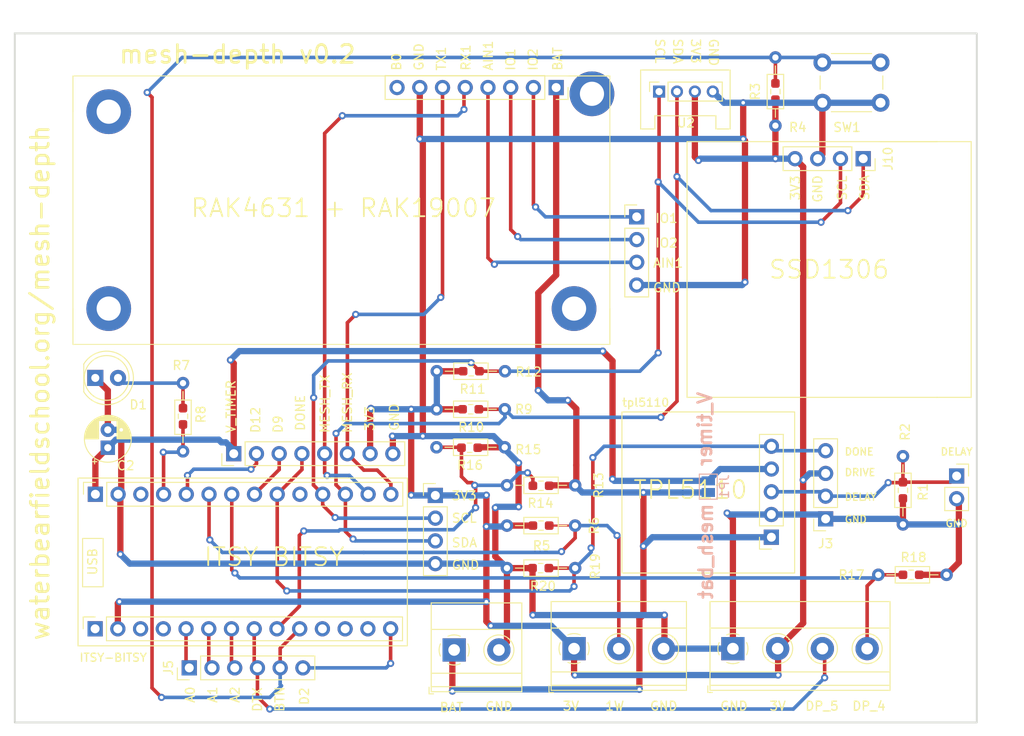
<source format=kicad_pcb>
(kicad_pcb (version 20240108) (generator "pcbnew") (generator_version "8.0")
  (layers (0 "F.Cu" signal) (31 "B.Cu" signal) (34 "B.Paste" user) (35 "F.Paste" user) (36 "B.SilkS" user "B.Silkscreen") (37 "F.SilkS" user "F.Silkscreen") (38 "B.Mask" user) (39 "F.Mask" user) (44 "Edge.Cuts" user))
  (net 0 "")
  (net 1 "A2")
  (net 2 "DEPTH_PULL")
  (net 3 "GND")
  (net 4 "+3V3")
  (net 5 "SDA")
  (net 6 "SCL")
  (net 7 "V_TIMER")
  (net 8 "MOSI")
  (net 9 "SCK")
  (net 10 "MISO")
  (net 11 "DONE")
  (net 12 "LED")
  (net 13 "BUTTON")
  (net 14 "Net-(D1-A)")
  (net 15 "Net-(J3-Pin_2)")
  (net 16 "BATT_MEASURE")
  (net 17 "D2")
  (net 18 "ONEWIRE")
  (net 19 "D9")
  (net 20 "A1")
  (net 21 "D12")
  (net 22 "MESH_RX")
  (net 24 "MESH_TX")
  (net 25 "MESH_BAT")
  (net 27 "VHI")
  (net 29 "AIN1")
  (net 30 "A0")
  (net 32 "IO2")
  (net 33 "DEPTH_TX")
  (net 34 "IO1")
  (footprint "footprints:ssd1306_a" (layer "F.Cu") (at 91.31 10.5 -90)
    (property "Reference" "J10")
    (property "Value" "Conn_01x04_Socket")
  )
  (footprint "footprints:adafruit_tpl511x" (layer "F.Cu") (at 81.05 52.8 180)
    (property "Reference" "U1" (hide yes))
    (property "Value" "adafruit_tpl511x")
  )
  (footprint "Resistor_THT:R_Axial_DIN0204_L3.6mm_D1.6mm_P7.62mm_Horizontal" (layer "F.Cu") (at 59.12 56.25 180)
    (property "Reference" "R19")
    (property "Value" "330")
  )
  (footprint "LED_THT:LED_D5.0mm" (layer "F.Cu") (at 5.5 35)
    (property "Reference" "D1")
    (property "Value" "LED")
  )
  (footprint "Resistor_THT:R_Axial_DIN0204_L3.6mm_D1.6mm_P7.62mm_Horizontal" (layer "F.Cu") (at 51.5 51.5)
    (property "Reference" "R6")
    (property "Value" "4.7K")
  )
  (footprint "MountingHole:MountingHole_3.2mm_M3" (layer "F.Cu") (at 0 70)
    (property "Reference" "H4" (hide yes))
    (property "Value" "MountingHole")
  )
  (footprint "Button_Switch_THT:SW_PUSH_6mm" (layer "F.Cu") (at 86.75 -0.25)
    (property "Reference" "SW1")
    (property "Value" "SW_Push")
  )
  (footprint "TerminalBlock_Phoenix:TerminalBlock_Phoenix_MKDS-1,5-2_1x02_P5.00mm_Horizontal" (layer "F.Cu") (at 45.6 65.4)
    (property "Reference" "J2" (hide yes))
    (property "Value" "Screw_Terminal_01x02")
  )
  (footprint "Resistor_SMD:R_0603_1608Metric_Pad0.98x0.95mm_HandSolder" (layer "F.Cu") (at 55.31 47.05 180)
    (property "Reference" "R14")
    (property "Value" "100K")
  )
  (footprint "footprints:grove_a" (layer "F.Cu") (at 68.5 3 90)
    (property "Reference" "U2")
    (property "Value" "grove_a")
  )
  (footprint "TerminalBlock_Phoenix:TerminalBlock_Phoenix_MKDS-1,5-3_1x03_P5.00mm_Horizontal" (layer "F.Cu") (at 59 65.25)
    (property "Reference" "J1" (hide yes))
    (property "Value" "Screw_Terminal_01x03")
  )
  (footprint "Capacitor_THT:CP_Radial_D5.0mm_P2.00mm" (layer "F.Cu") (at 6.9 42.8 90)
    (property "Reference" "C2")
    (property "Value" "330uF")
  )
  (footprint "Resistor_SMD:R_0603_1608Metric_Pad0.98x0.95mm_HandSolder" (layer "F.Cu") (at 55.27 56.25 180)
    (property "Reference" "R20")
    (property "Value" "330")
  )
  (footprint "MountingHole:MountingHole_3.2mm_M3" (layer "F.Cu") (at 100 70)
    (property "Reference" "H2" (hide yes))
    (property "Value" "MountingHole")
  )
  (footprint "MountingHole:MountingHole_3.2mm_M3" (layer "F.Cu") (at 100 0)
    (property "Reference" "H1" (hide yes))
    (property "Value" "MountingHole")
  )
  (footprint "Resistor_THT:R_Axial_DIN0204_L3.6mm_D1.6mm_P7.62mm_Horizontal" (layer "F.Cu") (at 93 57)
    (property "Reference" "R17")
    (property "Value" "4.7K")
  )
  (footprint "Resistor_SMD:R_0603_1608Metric_Pad0.98x0.95mm_HandSolder" (layer "F.Cu") (at 81.5 3 90)
    (property "Reference" "R3")
    (property "Value" "10K")
  )
  (footprint "Resistor_THT:R_Axial_DIN0204_L3.6mm_D1.6mm_P7.62mm_Horizontal" (layer "F.Cu") (at 59.12 47 180)
    (property "Reference" "R13")
    (property "Value" "100K")
  )
  (footprint "Resistor_SMD:R_0603_1608Metric_Pad0.98x0.95mm_HandSolder" (layer "F.Cu") (at 96.6625 57)
    (property "Reference" "R18")
    (property "Value" "4.7K")
  )
  (footprint "Connector_PinSocket_2.54mm:PinSocket_1x02_P2.54mm_Vertical" (layer "F.Cu") (at 101.75 45.96)
    (property "Reference" "J6" (hide yes))
    (property "Value" "Conn_01x02_Socket")
  )
  (footprint "MountingHole:MountingHole_3.2mm_M3" (layer "F.Cu") (at 0 0)
    (property "Reference" "H3" (hide yes))
    (property "Value" "MountingHole")
  )
  (footprint "Connector_PinSocket_2.54mm:PinSocket_1x04_P2.54mm_Vertical" (layer "F.Cu") (at 87.11 50.75 180)
    (property "Reference" "J3")
    (property "Value" "Conn_01x04_Female")
  )
  (footprint "Connector_PinHeader_2.54mm:PinHeader_1x04_P2.54mm_Vertical" (layer "F.Cu") (at 43.5 48.13)
    (property "Reference" "J8" (hide yes))
    (property "Value" "Conn_01x04_Socket")
  )
  (footprint "Resistor_THT:R_Axial_DIN0204_L3.6mm_D1.6mm_P7.62mm_Horizontal" (layer "F.Cu") (at 15.3 43.2 90)
    (property "Reference" "R7")
    (property "Value" "4.7K")
  )
  (footprint "Resistor_SMD:R_0603_1608Metric_Pad0.98x0.95mm_HandSolder" (layer "F.Cu") (at 95.75 47.56 -90)
    (property "Reference" "R1")
    (property "Value" "4.7K")
  )
  (footprint "Resistor_THT:R_Axial_DIN0204_L3.6mm_D1.6mm_P7.62mm_Horizontal" (layer "F.Cu") (at 43.665 34.25)
    (property "Reference" "R12")
    (property "Value" "4.7K")
  )
  (footprint "Resistor_SMD:R_0603_1608Metric_Pad0.98x0.95mm_HandSolder" (layer "F.Cu") (at 47.33 42.8)
    (property "Reference" "R16")
    (property "Value" "100K")
  )
  (footprint "footprints:itsybitsy" (layer "F.Cu") (at 5.48 63.035 90)
    (property "Reference" "A2" (hide yes))
    (property "Value" "itsybitsy_nrf52840_express")
  )
  (footprint "Resistor_THT:R_Axial_DIN0204_L3.6mm_D1.6mm_P7.62mm_Horizontal" (layer "F.Cu") (at 95.75 43.75 -90)
    (property "Reference" "R2")
    (property "Value" "4.7K")
  )
  (footprint "Resistor_SMD:R_0603_1608Metric_Pad0.98x0.95mm_HandSolder" (layer "F.Cu") (at 55.31 51.5)
    (property "Reference" "R5")
    (property "Value" "4.7K")
  )
  (footprint "TerminalBlock_Phoenix:TerminalBlock_Phoenix_MKDS-1,5-4_1x04_P5.00mm_Horizontal" (layer "F.Cu") (at 76.75 65.25)
    (property "Reference" "J7" (hide yes))
    (property "Value" "Screw_Terminal_01x04")
  )
  (footprint "Resistor_THT:R_Axial_DIN0204_L3.6mm_D1.6mm_P7.62mm_Horizontal" (layer "F.Cu") (at 43.64 38.5)
    (property "Reference" "R9")
    (property "Value" "4.7K")
  )
  (footprint "Resistor_SMD:R_0603_1608Metric_Pad0.98x0.95mm_HandSolder" (layer "F.Cu") (at 47.45 38.5)
    (property "Reference" "R10")
    (property "Value" "4.7K")
  )
  (footprint "rak19007:rak19007" (layer "F.Cu") (at 57 2.55 -90)
    (property "Reference" "U3" (hide yes))
    (property "Value" "~")
  )
  (footprint "Connector_PinHeader_2.54mm:PinHeader_1x04_P2.54mm_Vertical" (layer "F.Cu") (at 66 17)
    (property "Reference" "J4" (hide yes))
    (property "Value" "Conn_01x04_Socket")
  )
  (footprint "Resistor_SMD:R_0603_1608Metric_Pad0.98x0.95mm_HandSolder" (layer "F.Cu") (at 15.3 39.2875 90)
    (property "Reference" "R8")
    (property "Value" "4.7K")
  )
  (footprint "Resistor_SMD:R_0603_1608Metric_Pad0.98x0.95mm_HandSolder" (layer "F.Cu") (at 47.51 34.25)
    (property "Reference" "R11")
    (property "Value" "4.7K")
  )
  (footprint "Resistor_THT:R_Axial_DIN0204_L3.6mm_D1.6mm_P7.62mm_Horizontal" (layer "F.Cu") (at 81.5 6.81 90)
    (property "Reference" "R4")
    (property "Value" "10K")
  )
  (footprint "Connector_PinHeader_2.54mm:PinHeader_1x06_P2.54mm_Vertical" (layer "F.Cu") (at 16 67.4 90)
    (property "Reference" "J5")
    (property "Value" "Conn_01x06_Socket")
  )
  (footprint "Connector_PinHeader_2.54mm:PinHeader_1x08_P2.54mm_Vertical" (layer "F.Cu") (at 20.97 43.465 90)
    (property "Reference" "J9" (hide yes))
    (property "Value" "Conn_01x08_Socket")
  )
  (footprint "Resistor_THT:R_Axial_DIN0204_L3.6mm_D1.6mm_P7.62mm_Horizontal" (layer "F.Cu") (at 43.63 42.75)
    (property "Reference" "R15")
    (property "Value" "100K")
  )
  (footprint "Jumper:SolderJumper-2_P1.3mm_Open_Pad1.0x1.5mm" (layer "B.Cu") (at 74 47.15 90)
    (property "Reference" "JP1")
    (property "Value" "Jumper_2_Open")
  )
  (gr_rect (start -3.5 -3.5) (end 104 73.5) (stroke (width 0.2)) (fill none) (layer "Edge.Cuts"))
  (gr_text "V_timer" (at 74.5 36.4 90) (layer "B.SilkS") (effects (font (size 1.5 1.5) (thickness 0.3) (bold yes)) (justify left bottom mirror)))
  (gr_text "mesh_bat" (at 74.6 48.9 90) (layer "B.SilkS") (effects (font (size 1.5 1.5) (thickness 0.3) (bold yes)) (justify left bottom mirror)))
  (gr_text "1W" (at 62.4 72.25 0) (layer "F.SilkS") (effects (font (size 1 1)) (justify left bottom)))
  (gr_text "3V3" (at 36.75 41 90) (layer "F.SilkS") (effects (font (size 1 1)) (justify left bottom)))
  (gr_text "IO1" (at 52.5 0.75 90) (layer "F.SilkS") (effects (font (size 1 1)) (justify left bottom)))
  (gr_text "D12" (at 24 41.25 90) (layer "F.SilkS") (effects (font (size 1 1)) (justify left bottom)))
  (gr_text "GND" (at 86.81 15.5 90) (layer "F.SilkS") (effects (font (size 1 1)) (justify left bottom)))
  (gr_text "DONE" (at 29 41 90) (layer "F.SilkS") (effects (font (size 1 1)) (justify left bottom)))
  (gr_text "ITSY-BITSY" (at 7.5 66.25 0) (layer "F.SilkS") (effects (font (size 0.9 0.9))))
  (gr_text "IO1" (at 68 17.75 0) (layer "F.SilkS") (effects (font (size 1 1)) (justify left bottom)))
  (gr_text "SCL" (at 45.25 51.25 0) (layer "F.SilkS") (effects (font (size 1 1)) (justify left bottom)))
  (gr_text "DP_5" (at 84.75 72.25 0) (layer "F.SilkS") (effects (font (size 1 1)) (justify left bottom)))
  (gr_text "D9" (at 26.5 41.25 90) (layer "F.SilkS") (effects (font (size 1 1)) (justify left bottom)))
  (gr_text "GND" (at 67.4 72.25 0) (layer "F.SilkS") (effects (font (size 1 1)) (justify left bottom)))
  (gr_text "GND" (at 45.25 56.5 0) (layer "F.SilkS") (effects (font (size 1 1)) (justify left bottom)))
  (gr_text "BAT" (at 43.9 72.4 0) (layer "F.SilkS") (effects (font (size 1 1)) (justify left bottom)))
  (gr_text "3V3" (at 84.31 15.25 90) (layer "F.SilkS") (effects (font (size 1 1)) (justify left bottom)))
  (gr_text "DELAY" (at 101.75 43.25 0) (layer "F.SilkS") (effects (font (size 0.8 0.8))))
  (gr_text "mesh-depth v0.2" (at 8 0 0) (layer "F.SilkS") (effects (font (size 2 2) (thickness 0.3) (bold yes)) (justify left bottom)))
  (gr_text "V_TIMER" (at 21.25 41.25 90) (layer "F.SilkS") (effects (font (size 1 1)) (justify left bottom)))
  (gr_text "GND" (at 49 72.3 0) (layer "F.SilkS") (effects (font (size 1 1)) (justify left bottom)))
  (gr_text "GND" (at 39.5 41 90) (layer "F.SilkS") (effects (font (size 1 1)) (justify left bottom)))
  (gr_text "SDA" (at 70 -3 -90) (layer "F.SilkS") (effects (font (size 1 1)) (justify left bottom)))
  (gr_text "MESH_TX" (at 31.75 41.25 90) (layer "F.SilkS") (effects (font (size 1 1)) (justify left bottom)))
  (gr_text "GND" (at 75.25 72.25 0) (layer "F.SilkS") (effects (font (size 1 1)) (justify left bottom)))
  (gr_text "ITSY BITSY" (at 25.5 55 0) (layer "F.SilkS") (effects (font (size 2 2) (thickness 0.2))))
  (gr_text "TPL5110" (at 72 47.5 0) (layer "F.SilkS") (effects (font (size 2 2) (thickness 0.2))))
  (gr_text "SSD1306" (at 87.5 22.8825 0) (layer "F.SilkS") (effects (font (size 2 2) (thickness 0.2))))
  (gr_text "MESH_RX" (at 34.25 41.25 90) (layer "F.SilkS") (effects (font (size 1 1)) (justify left bottom)))
  (gr_text "BTN" (at 26.7 72.4 90) (layer "F.SilkS") (effects (font (size 1 1)) (justify left bottom)))
  (gr_text "RAK4631 + RAK19007" (at 33.225 16.0125 0) (layer "F.SilkS") (effects (font (size 2 2) (thickness 0.2))))
  (gr_text "DRIVE" (at 90.955238 45.5575 0) (layer "F.SilkS") (effects (font (size 0.8 0.8))))
  (gr_text "AIN1" (at 67.75 22.75 0) (layer "F.SilkS") (effects (font (size 1 1)) (justify left bottom)))
  (gr_text "SCL" (at 68 -3 -90) (layer "F.SilkS") (effects (font (size 1 1)) (justify left bottom)))
  (gr_text "IO2" (at 68 20.5 0) (layer "F.SilkS") (effects (font (size 1 1)) (justify left bottom)))
  (gr_text "3V" (at 80.75 72.25 0) (layer "F.SilkS") (effects (font (size 1 1)) (justify left bottom)))
  (gr_text "SDA" (at 45.25 54 0) (layer "F.SilkS") (effects (font (size 1 1)) (justify left bottom)))
  (gr_text "D2" (at 29.45 71.65 90) (layer "F.SilkS") (effects (font (size 1 1)) (justify left bottom)))
  (gr_text "BAT" (at 57.75 0.75 90) (layer "F.SilkS") (effects (font (size 1 1)) (justify left bottom)))
  (gr_text "DTX" (at 24.2 72.4 90) (layer "F.SilkS") (effects (font (size 1 1)) (justify left bottom)))
  (gr_text "IO2" (at 55 0.75 90) (layer "F.SilkS") (effects (font (size 1 1)) (justify left bottom)))
  (gr_text "GND" (at 74 -3 -90) (layer "F.SilkS") (effects (font (size 1 1)) (justify left bottom)))
  (gr_text "A0" (at 16.7 71.4 90) (layer "F.SilkS") (effects (font (size 1 1)) (justify left bottom)))
  (gr_text "GND" (at 42.25 0.75 90) (layer "F.SilkS") (effects (font (size 1 1)) (justify left bottom)))
  (gr_text "waterbearfieldschool.org/mesh-depth" (at 0.5 64.5 90) (layer "F.SilkS") (effects (font (size 2 2) (thickness 0.3) (bold yes)) (justify left bottom)))
  (gr_text "3V" (at 57.65 72.25 0) (layer "F.SilkS") (effects (font (size 1 1)) (justify left bottom)))
  (gr_text "A2" (at 21.7 71.4 90) (layer "F.SilkS") (effects (font (size 1 1)) (justify left bottom)))
  (gr_text "DONE" (at 90.86 43.25 0) (layer "F.SilkS") (effects (font (size 0.8 0.8))))
  (gr_text "AIN1" (at 50 0.75 90) (layer "F.SilkS") (effects (font (size 1 1)) (justify left bottom)))
  (gr_text "SCL" (at 89.56 15.25 90) (layer "F.SilkS") (effects (font (size 1 1)) (justify left bottom)))
  (gr_text "TX1" (at 44.75 0.75 90) (layer "F.SilkS") (effects (font (size 1 1)) (justify left bottom)))
  (gr_text "GND" (at 101.75 51.25 0) (layer "F.SilkS") (effects (font (size 0.8 0.8))))
  (gr_text "A1" (at 19.2 71.4 90) (layer "F.SilkS") (effects (font (size 1 1)) (justify left bottom)))
  (gr_text "tpl5110" (at 67 37.75 0) (layer "F.SilkS") (effects (font (size 0.9 0.9))))
  (gr_text "B0" (at 39.75 0.75 90) (layer "F.SilkS") (effects (font (size 1 1)) (justify left bottom)))
  (gr_text "RX1" (at 47.5 0.75 90) (layer "F.SilkS") (effects (font (size 1 1)) (justify left bottom)))
  (gr_text "DP_4" (at 90 72.25 0) (layer "F.SilkS") (effects (font (size 1 1)) (justify left bottom)))
  (gr_text "GND" (at 90.479047 50.8075 0) (layer "F.SilkS") (effects (font (size 0.8 0.8))))
  (gr_text "3V3" (at 72 -3 -90) (layer "F.SilkS") (effects (font (size 1 1)) (justify left bottom)))
  (gr_text "SDA" (at 92.06 15.25 90) (layer "F.SilkS") (effects (font (size 1 1)) (justify left bottom)))
  (gr_text "DELAY" (at 91.031428 48.3075 0) (layer "F.SilkS") (effects (font (size 0.8 0.8))))
  (gr_text "3V3" (at 45.25 48.75 0) (layer "F.SilkS") (effects (font (size 1 1)) (justify left bottom)))
  (gr_text "GND" (at 67.75 25.5 0) (layer "F.SilkS") (effects (font (size 1 1)) (justify left bottom)))
  (segment (start 20.72 63.035) (end 20.72 67.04) (width 0.4) (layer "F.Cu") (net 1))
  (segment (start 20.72 67.04) (end 21.08 67.4) (width 0.4) (layer "F.Cu") (net 1))
  (segment (start 91.75 65.25) (end 91.75 58.25) (width 0.4) (layer "F.Cu") (net 2))
  (segment (start 21.1 56.8) (end 20.75 56.45) (width 0.4) (layer "F.Cu") (net 2))
  (segment (start 91.75 58.25) (end 93 57) (width 0.4) (layer "F.Cu") (net 2))
  (segment (start 93 57) (end 95.75 57) (width 0.4) (layer "F.Cu") (net 2))
  (segment (start 20.75 56.45) (end 20.75 48) (width 0.4) (layer "F.Cu") (net 2))
  (via (at 21.1 56.8) (size 0.8) (drill 0.4) (layers "F.Cu" "B.Cu") (net 2))
  (segment (start 21.65 57.35) (end 21.1 56.8) (width 0.4) (layer "B.Cu") (net 2))
  (segment (start 93 57) (end 92.65 57.35) (width 0.4) (layer "B.Cu") (net 2))
  (segment (start 92.65 57.35) (end 21.65 57.35) (width 0.4) (layer "B.Cu") (net 2))
  (segment (start 51.25 42.75) (end 48.2925 42.75) (width 0.7) (layer "F.Cu") (net 3))
  (segment (start 54.3575 61.4575) (end 54.4 61.5) (width 0.7) (layer "F.Cu") (net 3))
  (segment (start 102 55.62) (end 100.62 57) (width 0.7) (layer "F.Cu") (net 3))
  (segment (start 69.1 65.15) (end 69 65.25) (width 0.7) (layer "F.Cu") (net 3))
  (segment (start 8.4 47.65) (end 8.4 40.8) (width 0.7) (layer "F.Cu") (net 3))
  (segment (start 41.76 2.55) (end 41.76 8.3) (width 0.7) (layer "F.Cu") (net 3))
  (segment (start 6.9 40.8) (end 6.9 36.4) (width 0.7) (layer "F.Cu") (net 3))
  (segment (start 42.1 41.5) (end 42.1 8.64) (width 0.7) (layer "F.Cu") (net 3))
  (segment (start 8.05 48) (end 8.4 47.65) (width 0.7) (layer "F.Cu") (net 3))
  (segment (start 102 48.75) (end 101.75 48.5) (width 0.7) (layer "F.Cu") (net 3))
  (segment (start 100.62 57) (end 97.575 57) (width 0.7) (layer "F.Cu") (net 3))
  (segment (start 42.1 8.64) (end 41.76 8.3) (width 0.7) (layer "F.Cu") (net 3))
  (segment (start 78.1 8.5) (end 77.9 8.3) (width 0.7) (layer "F.Cu") (net 3))
  (segment (start 76.75 50.75) (end 76.75 65.25) (width 0.7) (layer "F.Cu") (net 3))
  (segment (start 50.2 49.5) (end 50.2 54.95) (width 0.7) (layer "F.Cu") (net 3))
  (segment (start 102 51.3) (end 102 55.62) (width 0.7) (layer "F.Cu") (net 3))
  (segment (start 48.2925 42.75) (end 48.2425 42.8) (width 0.7) (layer "F.Cu") (net 3))
  (segment (start 95.75 51.37) (end 95.75 48.4725) (width 0.7) (layer "F.Cu") (net 3))
  (segment (start 38.75 43.465) (end 38.75 41.55) (width 0.7) (layer "F.Cu") (net 3))
  (segment (start 86.75 9.98) (end 86.23 10.5) (width 0.7) (layer "F.Cu") (net 3))
  (segment (start 77.9 4.25) (end 77.9 8.3) (width 0.7) (layer "F.Cu") (net 3))
  (segment (start 51.5 56.25) (end 51.5 64.5) (width 0.7) (layer "F.Cu") (net 3))
  (segment (start 76.1 50.1) (end 76.75 50.75) (width 0.7) (layer "F.Cu") (net 3))
  (segment (start 69.1 61.5) (end 69.1 65.15) (width 0.7) (layer "F.Cu") (net 3))
  (segment (start 38.75 41.55) (end 38.7 41.5) (width 0.7) (layer "F.Cu") (net 3))
  (segment (start 6.9 36.4) (end 5.5 35) (width 0.7) (layer "F.Cu") (net 3))
  (segment (start 78.1 24.3) (end 78.1 8.5) (width 0.7) (layer "F.Cu") (net 3))
  (segment (start 50.2 54.95) (end 51.5 56.25) (width 0.7) (layer "F.Cu") (net 3))
  (segment (start 8.3 48.25) (end 8.05 48) (width 0.7) (layer "F.Cu") (net 3))
  (segment (start 102 51.3) (end 102 48.75) (width 0.7) (layer "F.Cu") (net 3))
  (segment (start 54.3575 56.25) (end 54.3575 61.4575) (width 0.7) (layer "F.Cu") (net 3))
  (segment (start 51.5 64.5) (end 50.6 65.4) (width 0.7) (layer "F.Cu") (net 3))
  (segment (start 8.3 54.7) (end 8.3 48.25) (width 0.7) (layer "F.Cu") (net 3))
  (segment (start 86.75 4.25) (end 86.75 9.98) (width 0.7) (layer "F.Cu") (net 3))
  (segment (start 52.8 44.5) (end 52.8 49.4) (width 0.7) (layer "F.Cu") (net 3))
  (segment (start 54.3575 56.25) (end 51.5 56.25) (width 0.7) (layer "F.Cu") (net 3))
  (via (at 102 51.3) (size 0.8) (drill 0.4) (layers "F.Cu" "B.Cu") (net 3))
  (via (at 8.3 54.7) (size 0.8) (drill 0.4) (layers "F.Cu" "B.Cu") (net 3))
  (via (at 50.2 49.5) (size 0.8) (drill 0.4) (layers "F.Cu" "B.Cu") (net 3))
  (via (at 76.1 50.1) (size 0.8) (drill 0.4) (layers "F.Cu" "B.Cu") (net 3))
  (via (at 77.9 4.25) (size 0.8) (drill 0.4) (layers "F.Cu" "B.Cu") (net 3))
  (via (at 69.1 61.5) (size 0.8) (drill 0.4) (layers "F.Cu" "B.Cu") (net 3))
  (via (at 41.76 8.3) (size 0.8) (drill 0.4) (layers "F.Cu" "B.Cu") (net 3))
  (via (at 8.4 40.8) (size 0.8) (drill 0.4) (layers "F.Cu" "B.Cu") (net 3))
  (via (at 52.8 49.4) (size 0.8) (drill 0.4) (layers "F.Cu" "B.Cu") (net 3))
  (via (at 54.4 61.5) (size 0.8) (drill 0.4) (layers "F.Cu" "B.Cu") (net 3))
  (via (at 78.1 24.3) (size 0.8) (drill 0.4) (layers "F.Cu" "B.Cu") (net 3))
  (via (at 77.9 8.3) (size 0.8) (drill 0.4) (layers "F.Cu" "B.Cu") (net 3))
  (via (at 52.8 44.5) (size 0.8) (drill 0.4) (layers "F.Cu" "B.Cu") (net 3))
  (via (at 38.7 41.5) (size 0.8) (drill 0.4) (layers "F.Cu" "B.Cu") (net 3))
  (via (at 42.1 41.5) (size 0.8) (drill 0.4) (layers "F.Cu" "B.Cu") (net 3))
  (segment (start 50.3 49.4) (end 50.2 49.5) (width 0.7) (layer "B.Cu") (net 3))
  (segment (start 50 41.5) (end 51.25 42.75) (width 0.7) (layer "B.Cu") (net 3))
  (segment (start 38.7 41.5) (end 50 41.5) (width 0.7) (layer "B.Cu") (net 3))
  (segment (start 69 65.25) (end 76.75 65.25) (width 0.7) (layer "B.Cu") (net 3))
  (segment (start 95.13 50.75) (end 95.75 51.37) (width 0.7) (layer "B.Cu") (net 3))
  (segment (start 74.5 3) (end 75.75 4.25) (width 0.7) (layer "B.Cu") (net 3))
  (segment (start 43.5 55.75) (end 51 55.75) (width 0.7) (layer "B.Cu") (net 3))
  (segment (start 54.4 61.5) (end 69.1 61.5) (width 0.7) (layer "B.Cu") (net 3))
  (segment (start 9.35 55.75) (end 8.3 54.7) (width 0.7) (layer "B.Cu") (net 3))
  (segment (start 51 55.75) (end 51.5 56.25) (width 0.7) (layer "B.Cu") (net 3))
  (segment (start 95.75 51.37) (end 101.93 51.37) (width 0.7) (layer "B.Cu") (net 3))
  (segment (start 51.25 42.95) (end 52.8 44.5) (width 0.7) (layer "B.Cu") (net 3))
  (segment (start 77.9 8.3) (end 41.76 8.3) (width 0.7) (layer "B.Cu") (net 3))
  (segment (start 77.78 24.62) (end 78.1 24.3) (width 0.7) (layer "B.Cu") (net 3))
  (segment (start 86.75 4.25) (end 93.25 4.25) (width 0.7) (layer "B.Cu") (net 3))
  (segment (start 101.93 51.37) (end 102 51.3) (width 0.7) (layer "B.Cu") (net 3))
  (segment (start 81.05 50.26) (end 86.62 50.26) (width 0.7) (layer "B.Cu") (net 3))
  (segment (start 43.5 55.75) (end 9.35 55.75) (width 0.7) (layer "B.Cu") (net 3))
  (segment (start 81.05 50.26) (end 76.26 50.26) (width 0.7) (layer "B.Cu") (net 3))
  (segment (start 51.25 42.75) (end 51.25 42.95) (width 0.7) (layer "B.Cu") (net 3))
  (segment (start 76.26 50.26) (end 76.1 50.1) (width 0.7) (layer "B.Cu") (net 3))
  (segment (start 8.4 40.8) (end 6.9 40.8) (width 0.7) (layer "B.Cu") (net 3))
  (segment (start 52.8 49.4) (end 50.3 49.4) (width 0.7) (layer "B.Cu") (net 3))
  (segment (start 86.62 50.26) (end 87.11 50.75) (width 0.7) (layer "B.Cu") (net 3))
  (segment (start 75.75 4.25) (end 86.75 4.25) (width 0.7) (layer "B.Cu") (net 3))
  (segment (start 87.11 50.75) (end 95.13 50.75) (width 0.7) (layer "B.Cu") (net 3))
  (segment (start 66 24.62) (end 77.78 24.62) (width 0.7) (layer "B.Cu") (net 3))
  (segment (start 81.5 6.81) (end 81.5 3.9125) (width 0.7) (layer "F.Cu") (net 4))
  (segment (start 84.6 62.4) (end 81.75 65.25) (width 0.7) (layer "F.Cu") (net 4))
  (segment (start 8.02 60.18) (end 8.2 60) (width 0.7) (layer "F.Cu") (net 4))
  (segment (start 81.8 65.3) (end 81.75 65.25) (width 0.7) (layer "F.Cu") (net 4))
  (segment (start 54.3975 51.5) (end 51.5 51.5) (width 0.7) (layer "F.Cu") (net 4))
  (segment (start 49.2 48.1) (end 49.2 51.6) (width 0.7) (layer "F.Cu") (net 4))
  (segment (start 81.5 6.81) (end 81.5 10.5) (width 0.7) (layer "F.Cu") (net 4))
  (segment (start 84.6 11.41) (end 84.6 46.4) (width 0.7) (layer "F.Cu") (net 4))
  (segment (start 83.69 10.5) (end 84.6 11.41) (width 0.7) (layer "F.Cu") (net 4))
  (segment (start 81.8 68.2) (end 81.8 65.3) (width 0.7) (layer "F.Cu") (net 4))
  (segment (start 84.6 46.4) (end 84.6 62.4) (width 0.7) (layer "F.Cu") (net 4))
  (segment (start 8.02 63.035) (end 8.02 60.18) (width 0.7) (layer "F.Cu") (net 4))
  (segment (start 49.2 62.2) (end 49.7 62.7) (width 0.7) (layer "F.Cu") (net 4))
  (segment (start 43.665 34.25) (end 46.5975 34.25) (width 0.7) (layer "F.Cu") (net 4))
  (segment (start 36.21 38.49) (end 36.3 38.4) (width 0.7) (layer "F.Cu") (net 4))
  (segment (start 59 65.25) (end 59 68.1) (width 0.7) (layer "F.Cu") (net 4))
  (segment (start 43.64 38.5) (end 46.5375 38.5) (width 0.7) (layer "F.Cu") (net 4))
  (segment (start 59 68.1) (end 59.1 68.2) (width 0.7) (layer "F.Cu") (net 4))
  (segment (start 49.2 60) (end 49.2 51.6) (width 0.7) (layer "F.Cu") (net 4))
  (segment (start 36.21 43.465) (end 36.21 38.49) (width 0.7) (layer "F.Cu") (net 4))
  (segment (start 40.8 48.1) (end 40.8 38.5) (width 0.7) (layer "F.Cu") (net 4))
  (segment (start 49.2 60) (end 49.2 62.2) (width 0.7) (layer "F.Cu") (net 4))
  (segment (start 72.5 3) (end 72.5 10.3) (width 0.7) (layer "F.Cu") (net 4))
  (segment (start 72.5 10.3) (end 72.9 10.7) (width 0.7) (layer "F.Cu") (net 4))
  (via (at 49.2 48.1) (size 0.8) (drill 0.4) (layers "F.Cu" "B.Cu") (net 4))
  (via (at 49.2 60) (size 0.8) (drill 0.4) (layers "F.Cu" "B.Cu") (net 4))
  (via (at 49.2 51.6) (size 0.8) (drill 0.4) (layers "F.Cu" "B.Cu") (net 4))
  (via (at 84.6 46.4) (size 0.8) (drill 0.4) (layers "F.Cu" "B.Cu") (net 4))
  (via (at 8.2 60) (size 0.8) (drill 0.4) (layers "F.Cu" "B.Cu") (net 4))
  (via (at 40.8 48.1) (size 0.8) (drill 0.4) (layers "F.Cu" "B.Cu") (net 4))
  (via (at 59.1 68.2) (size 0.8) (drill 0.4) (layers "F.Cu" "B.Cu") (net 4))
  (via (at 81.5 10.5) (size 0.8) (drill 0.4) (layers "F.Cu" "B.Cu") (net 4))
  (via (at 81.8 68.2) (size 0.8) (drill 0.4) (layers "F.Cu" "B.Cu") (net 4))
  (via (at 49.7 62.7) (size 0.8) (drill 0.4) (layers "F.Cu" "B.Cu") (net 4))
  (via (at 40.8 38.5) (size 0.8) (drill 0.4) (layers "F.Cu" "B.Cu") (net 4))
  (via (at 36.3 38.4) (size 0.8) (drill 0.4) (layers "F.Cu" "B.Cu") (net 4))
  (via (at 72.9 10.7) (size 0.8) (drill 0.4) (layers "F.Cu" "B.Cu") (net 4))
  (segment (start 56.45 62.7) (end 59 65.25) (width 0.7) (layer "B.Cu") (net 4))
  (segment (start 81.5 10.5) (end 83.69 10.5) (width 0.7) (layer "B.Cu") (net 4))
  (segment (start 40.83 48.13) (end 40.8 48.1) (width 0.7) (layer "B.Cu") (net 4))
  (segment (start 43.5 48.13) (end 40.83 48.13) (width 0.7) (layer "B.Cu") (net 4))
  (segment (start 59.1 68.2) (end 81.8 68.2) (width 0.7) (layer "B.Cu") (net 4))
  (segment (start 49.7 62.7) (end 56.45 62.7) (width 0.7) (layer "B.Cu") (net 4))
  (segment (start 40.8 38.5) (end 43.64 38.5) (width 0.7) (layer "B.Cu") (net 4))
  (segment (start 36.3 38.4) (end 36.4 38.5) (width 0.7) (layer "B.Cu") (net 4))
  (segment (start 43.665 34.25) (end 43.665 38.475) (width 0.7) (layer "B.Cu") (net 4))
  (segment (start 49.17 48.13) (end 49.2 48.1) (width 0.7) (layer "B.Cu") (net 4))
  (segment (start 85.33 45.67) (end 84.6 46.4) (width 0.7) (layer "B.Cu") (net 4))
  (segment (start 36.4 38.5) (end 40.8 38.5) (width 0.7) (layer "B.Cu") (net 4))
  (segment (start 8.2 60) (end 49.2 60) (width 0.7) (layer "B.Cu") (net 4))
  (segment (start 43.665 38.475) (end 43.64 38.5) (width 0.7) (layer "B.Cu") (net 4))
  (segment (start 73.1 10.5) (end 81.5 10.5) (width 0.7) (layer "B.Cu") (net 4))
  (segment (start 87.11 45.67) (end 85.33 45.67) (width 0.7) (layer "B.Cu") (net 4))
  (segment (start 49.2 51.6) (end 51.4 51.6) (width 0.7) (layer "B.Cu") (net 4))
  (segment (start 43.5 48.13) (end 49.17 48.13) (width 0.7) (layer "B.Cu") (net 4))
  (segment (start 72.9 10.7) (end 73.1 10.5) (width 0.7) (layer "B.Cu") (net 4))
  (segment (start 51.4 51.6) (end 51.5 51.5) (width 0.7) (layer "B.Cu") (net 4))
  (segment (start 33.45 48) (end 32.4 46.95) (width 0.4) (layer "F.Cu") (net 5))
  (segment (start 33.45 52.15) (end 34.3 53) (width 0.4) (layer "F.Cu") (net 5))
  (segment (start 91.31 14.59) (end 89.6 16.3) (width 0.4) (layer "F.Cu") (net 5))
  (segment (start 51.26 38.5) (end 48.3625 38.5) (width 0.4) (layer "F.Cu") (net 5))
  (segment (start 70.5 37.6) (end 68.7 39.4) (width 0.4) (layer "F.Cu") (net 5))
  (segment (start 33.45 48) (end 33.45 52.15) (width 0.4) (layer "F.Cu") (net 5))
  (segment (start 70.5 12.5) (end 70.5 37.6) (width 0.4) (layer "F.Cu") (net 5))
  (segment (start 32.4 46.95) (end 32.4 41.2) (width 0.4) (layer "F.Cu") (net 5))
  (segment (start 70.5 3) (end 70.5 12.5) (width 0.4) (layer "F.Cu") (net 5))
  (segment (start 91.31 10.5) (end 91.31 14.59) (width 0.4) (layer "F.Cu") (net 5))
  (via (at 32.4 41.2) (size 0.8) (drill 0.4) (layers "F.Cu" "B.Cu") (net 5))
  (via (at 34.3 53) (size 0.8) (drill 0.4) (layers "F.Cu" "B.Cu") (net 5))
  (via (at 89.6 16.3) (size 0.8) (drill 0.4) (layers "F.Cu" "B.Cu") (net 5))
  (via (at 70.5 12.5) (size 0.8) (drill 0.4) (layers "F.Cu" "B.Cu") (net 5))
  (via (at 68.7 39.4) (size 0.8) (drill 0.4) (layers "F.Cu" "B.Cu") (net 5))
  (segment (start 74.3 16.3) (end 70.5 12.5) (width 0.4) (layer "B.Cu") (net 5))
  (segment (start 89.6 16.3) (end 74.3 16.3) (width 0.4) (layer "B.Cu") (net 5))
  (segment (start 50.6 40.1) (end 51.3 39.4) (width 0.4) (layer "B.Cu") (net 5))
  (segment (start 52.16 39.4) (end 51.26 38.5) (width 0.4) (layer "B.Cu") (net 5))
  (segment (start 51.26 39.36) (end 51.26 38.5) (width 0.4) (layer "B.Cu") (net 5))
  (segment (start 34.51 53.21) (end 43.5 53.21) (width 0.4) (layer "B.Cu") (net 5))
  (segment (start 33.5 40.1) (end 50.6 40.1) (width 0.4) (layer "B.Cu") (net 5))
  (segment (start 68.7 39.4) (end 52.16 39.4) (width 0.4) (layer "B.Cu") (net 5))
  (segment (start 34.3 53) (end 34.51 53.21) (width 0.4) (layer "B.Cu") (net 5))
  (segment (start 51.3 39.4) (end 51.26 39.36) (width 0.4) (layer "B.Cu") (net 5))
  (segment (start 32.4 41.2) (end 33.5 40.1) (width 0.4) (layer "B.Cu") (net 5))
  (segment (start 30.91 48) (end 30.91 49.21) (width 0.4) (layer "F.Cu") (net 6))
  (segment (start 29.88 46.97) (end 29.88 37.22) (width 0.4) (layer "F.Cu") (net 6))
  (segment (start 47.5 33.3275) (end 48.4225 34.25) (width 0.4) (layer "F.Cu") (net 6))
  (segment (start 30.91 48) (end 29.88 46.97) (width 0.4) (layer "F.Cu") (net 6))
  (segment (start 48.4225 34.25) (end 51.285 34.25) (width 0.4) (layer "F.Cu") (net 6))
  (segment (start 30.91 49.21) (end 32.3 50.6) (width 0.4) (layer "F.Cu") (net 6))
  (segment (start 47.5 33.3) (end 47.5 33.3275) (width 0.4) (layer "F.Cu") (net 6))
  (segment (start 88.77 10.5) (end 88.77 15.43) (width 0.4) (layer "F.Cu") (net 6))
  (segment (start 68.4 32.2) (end 68.4 13.1) (width 0.4) (layer "F.Cu") (net 6))
  (segment (start 68.4 13.1) (end 68.5 13) (width 0.4) (layer "F.Cu") (net 6))
  (segment (start 68.5 13) (end 68.5 3) (width 0.4) (layer "F.Cu") (net 6))
  (segment (start 29.88 37.22) (end 29.9 37.2) (width 0.4) (layer "F.Cu") (net 6))
  (segment (start 88.77 15.43) (end 86.6 17.6) (width 0.4) (layer "F.Cu") (net 6))
  (via (at 68.4 13.1) (size 0.8) (drill 0.4) (layers "F.Cu" "B.Cu") (net 6))
  (via (at 32.3 50.6) (size 0.8) (drill 0.4) (layers "F.Cu" "B.Cu") (net 6))
  (via (at 29.9 37.2) (size 0.8) (drill 0.4) (layers "F.Cu" "B.Cu") (net 6))
  (via (at 86.6 17.6) (size 0.8) (drill 0.4) (layers "F.Cu" "B.Cu") (net 6))
  (via (at 47.5 33.3) (size 0.8) (drill 0.4) (layers "F.Cu" "B.Cu") (net 6))
  (via (at 68.4 32.2) (size 0.8) (drill 0.4) (layers "F.Cu" "B.Cu") (net 6))
  (segment (start 32.3 50.6) (end 32.37 50.67) (width 0.4) (layer "B.Cu") (net 6))
  (segment (start 29.9 34.7) (end 31.5 33.1) (width 0.4) (layer "B.Cu") (net 6))
  (segment (start 32.37 50.67) (end 43.5 50.67) (width 0.4) (layer "B.Cu") (net 6))
  (segment (start 72.9 17.6) (end 68.4 13.1) (width 0.4) (layer "B.Cu") (net 6))
  (segment (start 86.6 17.6) (end 72.9 17.6) (width 0.4) (layer "B.Cu") (net 6))
  (segment (start 66.35 34.25) (end 68.4 32.2) (width 0.4) (layer "B.Cu") (net 6))
  (segment (start 31.5 33.1) (end 47.3 33.1) (width 0.4) (layer "B.Cu") (net 6))
  (segment (start 51.285 34.25) (end 66.35 34.25) (width 0.4) (layer "B.Cu") (net 6))
  (segment (start 47.3 33.1) (end 47.5 33.3) (width 0.4) (layer "B.Cu") (net 6))
  (segment (start 29.9 37.2) (end 29.9 34.7) (width 0.4) (layer "B.Cu") (net 6))
  (segment (start 63.3 33.1) (end 62.2 32) (width 0.7) (layer "F.Cu") (net 7))
  (segment (start 5.51 44.19) (end 6.9 42.8) (width 0.7) (layer "F.Cu") (net 7))
  (segment (start 5.51 48) (end 5.51 44.19) (width 0.7) (layer "F.Cu") (net 7))
  (segment (start 20.97 33.37) (end 20.97 43.465) (width 0.7) (layer "F.Cu") (net 7))
  (segment (start 20.6 33) (end 20.97 33.37) (width 0.7) (layer "F.Cu") (net 7))
  (segment (start 63.3 46.3) (end 63.3 33.1) (width 0.7) (layer "F.Cu") (net 7))
  (via (at 20.6 33) (size 0.8) (drill 0.4) (layers "F.Cu" "B.Cu") (net 7))
  (via (at 62.2 32) (size 0.8) (drill 0.4) (layers "F.Cu" "B.Cu") (net 7))
  (via (at 63.3 46.3) (size 0.8) (drill 0.4) (layers "F.Cu" "B.Cu") (net 7))
  (segment (start 21.6 32) (end 20.6 33) (width 0.7) (layer "B.Cu") (net 7))
  (segment (start 7.8 41.9) (end 6.9 42.8) (width 0.7) (layer "B.Cu") (net 7))
  (segment (start 74 46.5) (end 63.5 46.5) (width 0.7) (layer "B.Cu") (net 7))
  (segment (start 19.3 41.9) (end 7.8 41.9) (width 0.7) (layer "B.Cu") (net 7))
  (segment (start 81.05 45.18) (end 75.32 45.18) (width 0.7) (layer "B.Cu") (net 7))
  (segment (start 75.32 45.18) (end 74 46.5) (width 0.7) (layer "B.Cu") (net 7))
  (segment (start 63.5 46.5) (end 63.3 46.3) (width 0.7) (layer "B.Cu") (net 7))
  (segment (start 20.97 43.07) (end 20.1 42.2) (width 0.7) (layer "B.Cu") (net 7))
  (segment (start 20.97 43.465) (end 20.97 43.07) (width 0.7) (layer "B.Cu") (net 7))
  (segment (start 19.6 42.2) (end 19.3 41.9) (width 0.7) (layer "B.Cu") (net 7))
  (segment (start 20.1 42.2) (end 19.6 42.2) (width 0.7) (layer "B.Cu") (net 7))
  (segment (start 62.2 32) (end 21.6 32) (width 0.7) (layer "B.Cu") (net 7))
  (segment (start 61.1 53.8) (end 60.9 54) (width 0.4) (layer "F.Cu") (net 11))
  (segment (start 28.59 43.465) (end 28.59 45.24) (width 0.4) (layer "F.Cu") (net 11))
  (segment (start 25.83 57.73) (end 26.9 58.8) (width 0.4) (layer "F.Cu") (net 11))
  (segment (start 61.1 43.9) (end 61.1 53.8) (width 0.4) (layer "F.Cu") (net 11))
  (segment (start 59.12 56.25) (end 56.1825 56.25) (width 0.4) (layer "F.Cu") (net 11))
  (segment (start 25.83 48) (end 25.83 57.73) (width 0.4) (layer "F.Cu") (net 11))
  (segment (start 28.59 45.24) (end 25.83 48) (width 0.4) (layer "F.Cu") (net 11))
  (segment (start 59 58.3) (end 59 56.37) (width 0.4) (layer "F.Cu") (net 11))
  (segment (start 59 56.37) (end 59.12 56.25) (width 0.4) (layer "F.Cu") (net 11))
  (via (at 61.1 43.9) (size 0.8) (drill 0.4) (layers "F.Cu" "B.Cu") (net 11))
  (via (at 26.9 58.8) (size 0.8) (drill 0.4) (layers "F.Cu" "B.Cu") (net 11))
  (via (at 60.9 54) (size 0.8) (drill 0.4) (layers "F.Cu" "B.Cu") (net 11))
  (via (at 59 58.3) (size 0.8) (drill 0.4) (layers "F.Cu" "B.Cu") (net 11))
  (segment (start 62.36 42.64) (end 61.1 43.9) (width 0.4) (layer "B.Cu") (net 11))
  (segment (start 60.9 54.47) (end 59.12 56.25) (width 0.4) (layer "B.Cu") (net 11))
  (segment (start 26.9 58.8) (end 58.5 58.8) (width 0.4) (layer "B.Cu") (net 11))
  (segment (start 81.05 42.64) (end 62.36 42.64) (width 0.4) (layer "B.Cu") (net 11))
  (segment (start 81.54 43.13) (end 81.05 42.64) (width 0.4) (layer "B.Cu") (net 11))
  (segment (start 60.9 54) (end 60.9 54.47) (width 0.4) (layer "B.Cu") (net 11))
  (segment (start 58.5 58.8) (end 59 58.3) (width 0.4) (layer "B.Cu") (net 11))
  (segment (start 87.11 43.13) (end 81.54 43.13) (width 0.4) (layer "B.Cu") (net 11))
  (segment (start 13.13 48) (end 13.13 43.33) (width 0.4) (layer "F.Cu") (net 12))
  (segment (start 13.13 43.33) (end 13.1 43.3) (width 0.4) (layer "F.Cu") (net 12))
  (segment (start 15.3 43.2) (end 15.3 40.2) (width 0.4) (layer "F.Cu") (net 12))
  (via (at 13.1 43.3) (size 0.8) (drill 0.4) (layers "F.Cu" "B.Cu") (net 12))
  (segment (start 13.1 43.3) (end 15.2 43.3) (width 0.4) (layer "B.Cu") (net 12))
  (segment (start 15.2 43.3) (end 15.3 43.2) (width 0.4) (layer "B.Cu") (net 12))
  (segment (start 11.3 3.1) (end 11.84 3.64) (width 0.4) (layer "F.Cu") (net 13))
  (segment (start 81.5 -0.81) (end 81.5 2.0875) (width 0.4) (layer "F.Cu") (net 13))
  (segment (start 11.84 3.64) (end 11.84 69.64) (width 0.4) (layer "F.Cu") (net 13))
  (segment (start 26.16 65.215) (end 28.34 63.035) (width 0.4) (layer "F.Cu") (net 13))
  (segment (start 11.84 69.64) (end 12.9 70.7) (width 0.4) (layer "F.Cu") (net 13))
  (segment (start 26.16 67.4) (end 26.16 65.215) (width 0.4) (layer "F.Cu") (net 13))
  (via (at 12.9 70.7) (size 0.8) (drill 0.4) (layers "F.Cu" "B.Cu") (net 13))
  (via (at 11.3 3.1) (size 0.8) (drill 0.4) (layers "F.Cu" "B.Cu") (net 13))
  (segment (start 26.3 69.4) (end 26.16 69.26) (width 0.4) (layer "B.Cu") (net 13))
  (segment (start 81.5 -0.81) (end 86.19 -0.81) (width 0.4) (layer "B.Cu") (net 13))
  (segment (start 81.5 -0.81) (end 15.21 -0.81) (width 0.4) (layer "B.Cu") (net 13))
  (segment (start 86.19 -0.81) (end 86.75 -0.25) (width 0.4) (layer "B.Cu") (net 13))
  (segment (start 26.16 69.26) (end 26.16 67.4) (width 0.4) (layer "B.Cu") (net 13))
  (segment (start 15.21 -0.81) (end 11.3 3.1) (width 0.4) (layer "B.Cu") (net 13))
  (segment (start 86.75 -0.25) (end 93.25 -0.25) (width 0.4) (layer "B.Cu") (net 13))
  (segment (start 25 70.7) (end 26.3 69.4) (width 0.4) (layer "B.Cu") (net 13))
  (segment (start 12.9 70.7) (end 25 70.7) (width 0.4) (layer "B.Cu") (net 13))
  (segment (start 15.3 38.375) (end 15.3 35.58) (width 0.4) (layer "F.Cu") (net 14))
  (segment (start 8.62 35.58) (end 8.04 35) (width 0.4) (layer "B.Cu") (net 14))
  (segment (start 15.3 35.58) (end 8.62 35.58) (width 0.4) (layer "B.Cu") (net 14))
  (segment (start 95.75 46.6475) (end 95.75 43.75) (width 0.4) (layer "F.Cu") (net 15))
  (segment (start 94.1 46.7) (end 95.6975 46.7) (width 0.4) (layer "F.Cu") (net 15))
  (segment (start 95.6975 46.7) (end 95.75 46.6475) (width 0.4) (layer "F.Cu") (net 15))
  (segment (start 95.75 46.6475) (end 101.0625 46.6475) (width 0.4) (layer "F.Cu") (net 15))
  (segment (start 101.0625 46.6475) (end 101.75 45.96) (width 0.4) (layer "F.Cu") (net 15))
  (via (at 94.1 46.7) (size 0.8) (drill 0.4) (layers "F.Cu" "B.Cu") (net 15))
  (segment (start 87.11 48.21) (end 92.59 48.21) (width 0.4) (layer "B.Cu") (net 15))
  (segment (start 86.62 47.72) (end 87.11 48.21) (width 0.4) (layer "B.Cu") (net 15))
  (segment (start 81.05 47.72) (end 86.62 47.72) (width 0.4) (layer "B.Cu") (net 15))
  (segment (start 92.59 48.21) (end 94.1 46.7) (width 0.4) (layer "B.Cu") (net 15))
  (segment (start 28.3 52.6) (end 28.8 52.1) (width 0.4) (layer "F.Cu") (net 16))
  (segment (start 43.63 42.75) (end 46.3675 42.75) (width 0.4) (layer "F.Cu") (net 16))
  (segment (start 47.6 46.7) (end 47.9 47) (width 0.4) (layer "F.Cu") (net 16))
  (segment (start 54.3975 47.05) (end 54.3975 46.1975) (width 0.4) (layer "F.Cu") (net 16))
  (segment (start 48 47.1) (end 47.9 47) (width 0.4) (layer "F.Cu") (net 16))
  (segment (start 46.4175 46.0175) (end 47.1 46.7) (width 0.4) (layer "F.Cu") (net 16))
  (segment (start 46.3675 42.75) (end 46.4175 42.8) (width 0.4) (layer "F.Cu") (net 16))
  (segment (start 54.3975 46.1975) (end 53.8 45.6) (width 0.4) (layer "F.Cu") (net 16))
  (segment (start 25.8 63.035) (end 28.3 60.535) (width 0.4) (layer "F.Cu") (net 16))
  (segment (start 46.4175 42.8) (end 46.4175 46.0175) (width 0.4) (layer "F.Cu") (net 16))
  (segment (start 28.3 56.5) (end 28.3 52.6) (width 0.4) (layer "F.Cu") (net 16))
  (segment (start 28.3 60.535) (end 28.3 56.5) (width 0.4) (layer "F.Cu") (net 16))
  (segment (start 47.1 46.7) (end 47.6 46.7) (width 0.4) (layer "F.Cu") (net 16))
  (segment (start 48 49.5) (end 48 47.1) (width 0.4) (layer "F.Cu") (net 16))
  (via (at 28.8 52.1) (size 0.8) (drill 0.4) (layers "F.Cu" "B.Cu") (net 16))
  (via (at 48 49.5) (size 0.8) (drill 0.4) (layers "F.Cu" "B.Cu") (net 16))
  (via (at 53.8 45.6) (size 0.8) (drill 0.4) (layers "F.Cu" "B.Cu") (net 16))
  (via (at 47.9 47) (size 0.8) (drill 0.4) (layers "F.Cu" "B.Cu") (net 16))
  (segment (start 52.9 45.6) (end 51.5 47) (width 0.4) (layer "B.Cu") (net 16))
  (segment (start 28.8 52.1) (end 32.7 52.1) (width 0.4) (layer "B.Cu") (net 16))
  (segment (start 53.8 45.6) (end 52.9 45.6) (width 0.4) (layer "B.Cu") (net 16))
  (segment (start 32.84 51.96) (end 45.54 51.96) (width 0.4) (layer "B.Cu") (net 16))
  (segment (start 32.7 52.1) (end 32.84 51.96) (width 0.4) (layer "B.Cu") (net 16))
  (segment (start 45.54 51.96) (end 48 49.5) (width 0.4) (layer "B.Cu") (net 16))
  (segment (start 47.9 47) (end 51.5 47) (width 0.4) (layer "B.Cu") (net 16))
  (segment (start 38.5 66.9) (end 38.5 63.035) (width 0.4) (layer "F.Cu") (net 17))
  (via (at 38.5 66.9) (size 0.8) (drill 0.4) (layers "F.Cu" "B.Cu") (net 17))
  (segment (start 28.7 67.4) (end 38 67.4) (width 0.4) (layer "B.Cu") (net 17))
  (segment (start 38 67.4) (end 38.5 66.9) (width 0.4) (layer "B.Cu") (net 17))
  (segment (start 59.12 51.5) (end 59.12 52.88) (width 0.4) (layer "F.Cu") (net 18))
  (segment (start 18.3 53.1) (end 18.21 53.01) (width 0.4) (layer "F.Cu") (net 18))
  (segment (start 56.2225 51.5) (end 59.12 51.5) (width 0.25) (layer "F.Cu") (net 18))
  (segment (start 18.21 53.01) (end 18.21 48) (width 0.4) (layer "F.Cu") (net 18))
  (segment (start 59.12 52.88) (end 57.6 54.4) (width 0.4) (layer "F.Cu") (net 18))
  (segment (start 63.8 52.6) (end 64 52.8) (width 0.4) (layer "F.Cu") (net 18))
  (segment (start 64 52.8) (end 64 65.25) (width 0.4) (layer "F.Cu") (net 18))
  (via (at 57.6 54.4) (size 0.8) (drill 0.4) (layers "F.Cu" "B.Cu") (net 18))
  (via (at 18.3 53.1) (size 0.8) (drill 0.4) (layers "F.Cu" "B.Cu") (net 18))
  (via (at 63.8 52.6) (size 0.8) (drill 0.4) (layers "F.Cu" "B.Cu") (net 18))
  (segment (start 57.5 54.5) (end 35.5 54.5) (width 0.4) (layer "B.Cu") (net 18))
  (segment (start 19.7 54.5) (end 18.3 53.1) (width 0.4) (layer "B.Cu") (net 18))
  (segment (start 35.5 54.5) (end 19.7 54.5) (width 0.4) (layer "B.Cu") (net 18))
  (segment (start 59.12 51.5) (end 62.7 51.5) (width 0.4) (layer "B.Cu") (net 18))
  (segment (start 57.6 54.4) (end 57.5 54.5) (width 0.4) (layer "B.Cu") (net 18))
  (segment (start 62.7 51.5) (end 63.8 52.6) (width 0.4) (layer "B.Cu") (net 18))
  (segment (start 26.05 45.24) (end 23.29 48) (width 0.4) (layer "F.Cu") (net 19))
  (segment (start 26.05 43.465) (end 26.05 45.24) (width 0.4) (layer "F.Cu") (net 19))
  (segment (start 18.18 63.035) (end 18.18 67.04) (width 0.4) (layer "F.Cu") (net 20))
  (segment (start 18.18 67.04) (end 18.54 67.4) (width 0.4) (layer "F.Cu") (net 20))
  (segment (start 15.8 47.87) (end 15.67 48) (width 0.4) (layer "F.Cu") (net 21))
  (segment (start 23.51 43.465) (end 23.51 44.59) (width 0.4) (layer "F.Cu") (net 21))
  (segment (start 15.8 45.9) (end 15.8 47.87) (width 0.4) (layer "F.Cu") (net 21))
  (segment (start 23.51 44.59) (end 22.9 45.2) (width 0.4) (layer "F.Cu") (net 21))
  (via (at 22.9 45.2) (size 0.8) (drill 0.4) (layers "F.Cu" "B.Cu") (net 21))
  (via (at 15.8 45.9) (size 0.8) (drill 0.4) (layers "F.Cu" "B.Cu") (net 21))
  (segment (start 16.5 45.2) (end 15.8 45.9) (width 0.4) (layer "B.Cu") (net 21))
  (segment (start 22.9 45.2) (end 16.5 45.2) (width 0.4) (layer "B.Cu") (net 21))
  (segment (start 38.53 46.83) (end 38.53 48) (width 0.4) (layer "F.Cu") (net 22))
  (segment (start 34.6 27.9) (end 33.67 28.83) (width 0.4) (layer "F.Cu") (net 22))
  (segment (start 44.3 25.8) (end 44.1 26) (width 0.4) (layer "F.Cu") (net 22))
  (segment (start 37 45.3) (end 38.53 46.83) (width 0.4) (layer "F.Cu") (net 22))
  (segment (start 33.67 28.83) (end 33.67 43.465) (width 0.4) (layer "F.Cu") (net 22))
  (segment (start 44.3 2.55) (end 44.3 25.8) (width 0.4) (layer "F.Cu") (net 22))
  (segment (start 35.505 45.3) (end 37 45.3) (width 0.4) (layer "F.Cu") (net 22))
  (segment (start 33.67 43.465) (end 35.505 45.3) (width 0.4) (layer "F.Cu") (net 22))
  (via (at 34.6 27.9) (size 0.8) (drill 0.4) (layers "F.Cu" "B.Cu") (net 22))
  (via (at 44.1 26) (size 0.8) (drill 0.4) (layers "F.Cu" "B.Cu") (net 22))
  (segment (start 42.2 27.9) (end 34.6 27.9) (width 0.4) (layer "B.Cu") (net 22))
  (segment (start 44.1 26) (end 42.2 27.9) (width 0.4) (layer "B.Cu") (net 22))
  (segment (start 31.13 43.465) (end 31.13 45.63) (width 0.4) (layer "F.Cu") (net 24))
  (segment (start 31.13 45.63) (end 31.4 45.9) (width 0.4) (layer "F.Cu") (net 24))
  (segment (start 46.7 5) (end 46.7 2.69) (width 0.4) (layer "F.Cu") (net 24))
  (segment (start 46.7 2.69) (end 46.84 2.55) (width 0.4) (layer "F.Cu") (net 24))
  (segment (start 31.13 43.465) (end 31.13 7.67) (width 0.4) (layer "F.Cu") (net 24))
  (segment (start 31.13 7.67) (end 33.1 5.7) (width 0.4) (layer "F.Cu") (net 24))
  (via (at 31.4 45.9) (size 0.8) (drill 0.4) (layers "F.Cu" "B.Cu") (net 24))
  (via (at 33.1 5.7) (size 0.8) (drill 0.4) (layers "F.Cu" "B.Cu") (net 24))
  (via (at 46.7 5) (size 0.8) (drill 0.4) (layers "F.Cu" "B.Cu") (net 24))
  (segment (start 33.1 5.7) (end 46 5.7) (width 0.4) (layer "B.Cu") (net 24))
  (segment (start 46 5.7) (end 46.7 5) (width 0.4) (layer "B.Cu") (net 24))
  (segment (start 33.89 45.9) (end 35.99 48) (width 0.4) (layer "B.Cu") (net 24))
  (segment (start 31.4 45.9) (end 33.89 45.9) (width 0.4) (layer "B.Cu") (net 24))
  (segment (start 45.4 70) (end 45.4 65.6) (width 0.7) (layer "F.Cu") (net 25))
  (segment (start 66.3 61.9) (end 66.3 69.8) (width 0.7) (layer "F.Cu") (net 25))
  (segment (start 57 23.5) (end 55 25.5) (width 0.7) (layer "F.Cu") (net 25))
  (segment (start 45.4 65.6) (end 45.6 65.4) (width 0.7) (layer "F.Cu") (net 25))
  (segment (start 59.25 38.45) (end 58.3 37.5) (width 0.7) (layer "F.Cu") (net 25))
  (segment (start 59.25 44.75) (end 59.25 46.87) (width 0.7) (layer "F.Cu") (net 25))
  (segment (start 55 36.4) (end 55 25.5) (width 0.7) (layer "F.Cu") (net 25))
  (segment (start 59.25 46.87) (end 59.12 47) (width 0.7) (layer "F.Cu") (net 25))
  (segment (start 56.2725 47) (end 56.2225 47.05) (width 0.7) (layer "F.Cu") (net 25))
  (segment (start 66.75 47.8) (end 66.75 61.45) (width 0.7) (layer "F.Cu") (net 25))
  (segment (start 66.75 61.45) (end 66.3 61.9) (width 0.7) (layer "F.Cu") (net 25))
  (segment (start 59.25 44.75) (end 59.25 38.45) (width 0.7) (layer "F.Cu") (net 25))
  (segment (start 59.12 47) (end 56.2725 47) (width 0.7) (layer "F.Cu") (net 25))
  (segment (start 57 2.55) (end 57 23.5) (width 0.7) (layer "F.Cu") (net 25))
  (via (at 66.3 69.8) (size 0.8) (drill 0.4) (layers "F.Cu" "B.Cu") (net 25))
  (via (at 66.75 47.8) (size 0.8) (drill 0.4) (layers "F.Cu" "B.Cu") (net 25))
  (via (at 55 36.4) (size 0.8) (drill 0.4) (layers "F.Cu" "B.Cu") (net 25))
  (via (at 58.3 37.5) (size 0.8) (drill 0.4) (layers "F.Cu" "B.Cu") (net 25))
  (via (at 66.75 53.8) (size 0.8) (drill 0.4) (layers "F.Cu" "B.Cu") (net 25))
  (via (at 45.4 70) (size 0.8) (drill 0.4) (layers "F.Cu" "B.Cu") (net 25))
  (segment (start 66.75 53.8) (end 67.75 52.8) (width 0.7) (layer "B.Cu") (net 25))
  (segment (start 56.1 37.5) (end 55 36.4) (width 0.7) (layer "B.Cu") (net 25))
  (segment (start 45.6 69.8) (end 45.4 70) (width 0.7) (layer "B.Cu") (net 25))
  (segment (start 59.12 47) (end 59.92 47.8) (width 0.7) (layer "B.Cu") (net 25))
  (segment (start 58.3 37.5) (end 56.1 37.5) (width 0.7) (layer "B.Cu") (net 25))
  (segment (start 67.75 52.8) (end 81.05 52.8) (width 0.7) (layer "B.Cu") (net 25))
  (segment (start 59.92 47.8) (end 66.75 47.8) (width 0.7) (layer "B.Cu") (net 25))
  (segment (start 66.75 47.8) (end 74 47.8) (width 0.7) (layer "B.Cu") (net 25))
  (segment (start 66.3 69.8) (end 45.6 69.8) (width 0.7) (layer "B.Cu") (net 25))
  (segment (start 49.38 21.58) (end 50.1 22.3) (width 0.4) (layer "F.Cu") (net 29))
  (segment (start 49.38 2.55) (end 49.38 21.58) (width 0.4) (layer "F.Cu") (net 29))
  (via (at 50.1 22.3) (size 0.8) (drill 0.4) (layers "F.Cu" "B.Cu") (net 29))
  (segment (start 50.1 22.3) (end 50.32 22.08) (width 0.4) (layer "B.Cu") (net 29))
  (segment (start 50.32 22.08) (end 66 22.08) (width 0.4) (layer "B.Cu") (net 29))
  (segment (start 15.64 63.035) (end 15.64 67.04) (width 0.4) (layer "F.Cu") (net 30))
  (segment (start 15.64 67.04) (end 16 67.4) (width 0.4) (layer "F.Cu") (net 30))
  (segment (start 54.7 15.9) (end 54.46 15.66) (width 0.4) (layer "F.Cu") (net 32))
  (segment (start 54.46 15.66) (end 54.46 2.55) (width 0.4) (layer "F.Cu") (net 32))
  (via (at 54.7 15.9) (size 0.8) (drill 0.4) (layers "F.Cu" "B.Cu") (net 32))
  (segment (start 66 17) (end 55.8 17) (width 0.4) (layer "B.Cu") (net 32))
  (segment (start 55.8 17) (end 54.7 15.9) (width 0.4) (layer "B.Cu") (net 32))
  (segment (start 23.26 63.035) (end 23.26 67.04) (width 0.4) (layer "F.Cu") (net 33))
  (segment (start 87 68.5) (end 87 65.5) (width 0.4) (layer "F.Cu") (net 33))
  (segment (start 23.62 70.62) (end 25 72) (width 0.4) (layer "F.Cu") (net 33))
  (segment (start 23.26 67.04) (end 23.62 67.4) (width 0.4) (layer "F.Cu") (net 33))
  (segment (start 87 65.5) (end 86.75 65.25) (width 0.4) (layer "F.Cu") (net 33))
  (segment (start 23.62 67.4) (end 23.62 70.62) (width 0.4) (layer "F.Cu") (net 33))
  (via (at 25 72) (size 0.8) (drill 0.4) (layers "F.Cu" "B.Cu") (net 33))
  (via (at 87 68.5) (size 0.8) (drill 0.4) (layers "F.Cu" "B.Cu") (net 33))
  (segment (start 25 72) (end 83.5 72) (width 0.4) (layer "B.Cu") (net 33))
  (segment (start 83.5 72) (end 87 68.5) (width 0.4) (layer "B.Cu") (net 33))
  (segment (start 51.92 18.42) (end 52.7 19.2) (width 0.4) (layer "F.Cu") (net 34))
  (segment (start 51.92 2.55) (end 51.92 18.42) (width 0.4) (layer "F.Cu") (net 34))
  (via (at 52.7 19.2) (size 0.8) (drill 0.4) (layers "F.Cu" "B.Cu") (net 34))
  (segment (start 52.7 19.2) (end 53.04 19.54) (width 0.4) (layer "B.Cu") (net 34))
  (segment (start 53.04 19.54) (end 66 19.54) (width 0.4) (layer "B.Cu") (net 34))
)
</source>
